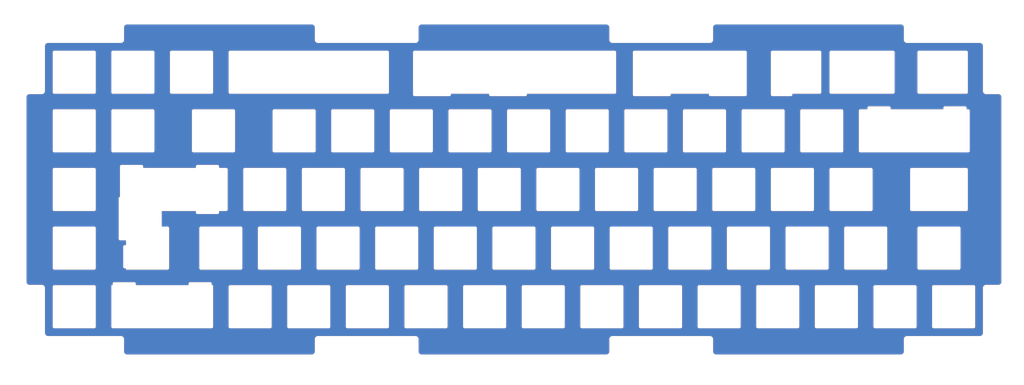
<source format=kicad_pcb>
(kicad_pcb (version 20171130) (host pcbnew "(5.1.10)-1")
  (layers (0 F.Cu signal) (31 B.Cu signal) (34 B.Paste user) (35 F.Paste user) (36 B.SilkS user) (37 F.SilkS user) (38 B.Mask user) (39 F.Mask user) (44 Edge.Cuts user))
  (net 0 "")
  (module MX_Solder_SawnsProjects:sanpjxlogo (layer F.Cu) (at -29.8 49.6 180)
    (fp_text reference G*** hide)
    (fp_text value LOGO hide)
  )
  (gr_arc (start -26.699999 -5.024999) (end -25.699999 -5.024999) (angle -90) (layer Edge.Cuts) (width 0.05))
  (gr_line (start -86.7 -6.024999) (end -26.699999 -6.024999) (layer Edge.Cuts) (width 0.05))
  (gr_arc (start -86.7 -5.024999) (end -86.7 -6.024999) (angle -90) (layer Edge.Cuts) (width 0.05))
  (gr_line (start -87.7 -1.024999) (end -87.7 -5.024999) (layer Edge.Cuts) (width 0.05))
  (gr_arc (start -88.7 -1.024999) (end -88.7 -0.025) (angle -90) (layer Edge.Cuts) (width 0.05))
  (gr_line (start -120.4 -0.024999) (end -88.7 -0.025) (layer Edge.Cuts) (width 0.05))
  (gr_arc (start -120.4 -1.024999) (end -121.4 -1.024999) (angle -90) (layer Edge.Cuts) (width 0.05))
  (gr_line (start -121.4 -5.024999) (end -121.4 -1.024999) (layer Edge.Cuts) (width 0.05))
  (gr_arc (start -122.4 -5.025) (end -121.4 -5.024999) (angle -90) (layer Edge.Cuts) (width 0.05))
  (gr_line (start -182.4 -6.024999) (end -122.4 -6.025) (layer Edge.Cuts) (width 0.05))
  (gr_arc (start -182.4 -5.024999) (end -182.4 -6.024999) (angle -90) (layer Edge.Cuts) (width 0.05))
  (gr_line (start -183.4 -1.024999) (end -183.4 -5.024999) (layer Edge.Cuts) (width 0.05))
  (gr_arc (start -184.4 -1.024999) (end -184.4 -0.025) (angle -90) (layer Edge.Cuts) (width 0.05))
  (gr_line (start -216.099999 -0.024999) (end -184.4 -0.025) (layer Edge.Cuts) (width 0.05))
  (gr_arc (start -216.099999 -1.024999) (end -217.099999 -1.024999) (angle -90) (layer Edge.Cuts) (width 0.05))
  (gr_line (start -217.099999 -5.024999) (end -217.099999 -1.024999) (layer Edge.Cuts) (width 0.05))
  (gr_arc (start -218.1 -5.024999) (end -217.099999 -5.024999) (angle -90) (layer Edge.Cuts) (width 0.05))
  (gr_line (start -278.099999 -6.024999) (end -218.1 -6.024999) (layer Edge.Cuts) (width 0.05))
  (gr_arc (start -278.1 -5.024999) (end -278.099999 -6.024999) (angle -90) (layer Edge.Cuts) (width 0.05))
  (gr_line (start -279.1 -1.024999) (end -279.1 -5.024999) (layer Edge.Cuts) (width 0.05))
  (gr_arc (start -280.1 -1.024999) (end -280.099999 -0.025) (angle -90) (layer Edge.Cuts) (width 0.05))
  (gr_line (start -303.8 -0.025) (end -280.099999 -0.025) (layer Edge.Cuts) (width 0.05))
  (gr_arc (start -303.799999 0.975) (end -303.8 -0.025) (angle -90) (layer Edge.Cuts) (width 0.05))
  (gr_line (start -304.8 15.599999) (end -304.8 0.975) (layer Edge.Cuts) (width 0.05))
  (gr_arc (start -305.8 15.599999) (end -305.8 16.599999) (angle -90) (layer Edge.Cuts) (width 0.05))
  (gr_line (start -309.799999 16.599999) (end -305.8 16.599999) (layer Edge.Cuts) (width 0.05))
  (gr_arc (start -309.799999 17.6) (end -309.799999 16.599999) (angle -90) (layer Edge.Cuts) (width 0.05))
  (gr_line (start -310.799999 77.599999) (end -310.799999 17.599999) (layer Edge.Cuts) (width 0.05))
  (gr_arc (start -309.799999 77.6) (end -310.799999 77.599999) (angle -90) (layer Edge.Cuts) (width 0.05))
  (gr_line (start -305.8 78.6) (end -309.799999 78.6) (layer Edge.Cuts) (width 0.05))
  (gr_arc (start -305.8 79.6) (end -304.8 79.6) (angle -90) (layer Edge.Cuts) (width 0.05))
  (gr_line (start -304.8 94.225) (end -304.8 79.6) (layer Edge.Cuts) (width 0.05))
  (gr_arc (start -303.799999 94.224999) (end -304.8 94.225) (angle -90) (layer Edge.Cuts) (width 0.05))
  (gr_line (start -280.099999 95.224999) (end -303.8 95.225) (layer Edge.Cuts) (width 0.05))
  (gr_arc (start -280.099999 96.224999) (end -279.099999 96.225) (angle -90) (layer Edge.Cuts) (width 0.05))
  (gr_line (start -279.099999 100.225) (end -279.099999 96.225) (layer Edge.Cuts) (width 0.05))
  (gr_arc (start -278.099999 100.224999) (end -279.099999 100.225) (angle -90) (layer Edge.Cuts) (width 0.05))
  (gr_line (start -218.1 101.225) (end -278.099999 101.225) (layer Edge.Cuts) (width 0.05))
  (gr_arc (start -218.1 100.224999) (end -218.1 101.225) (angle -90) (layer Edge.Cuts) (width 0.05))
  (gr_line (start -217.099999 96.225) (end -217.099999 100.224999) (layer Edge.Cuts) (width 0.05))
  (gr_arc (start -216.099999 96.224999) (end -216.099999 95.225) (angle -90) (layer Edge.Cuts) (width 0.05))
  (gr_line (start -184.4 95.224999) (end -216.099999 95.225) (layer Edge.Cuts) (width 0.05))
  (gr_arc (start -184.4 96.224999) (end -183.4 96.225) (angle -90) (layer Edge.Cuts) (width 0.05))
  (gr_line (start -183.4 100.225) (end -183.4 96.225) (layer Edge.Cuts) (width 0.05))
  (gr_arc (start -182.4 100.224999) (end -183.4 100.225) (angle -90) (layer Edge.Cuts) (width 0.05))
  (gr_line (start -122.4 101.225) (end -182.4 101.225) (layer Edge.Cuts) (width 0.05))
  (gr_arc (start -122.4 100.225) (end -122.4 101.225) (angle -90) (layer Edge.Cuts) (width 0.05))
  (gr_line (start -121.4 96.225) (end -121.4 100.224999) (layer Edge.Cuts) (width 0.05))
  (gr_arc (start -120.4 96.224999) (end -120.4 95.225) (angle -90) (layer Edge.Cuts) (width 0.05))
  (gr_line (start -88.7 95.225) (end -120.4 95.225) (layer Edge.Cuts) (width 0.05))
  (gr_arc (start -88.699999 96.225) (end -87.699999 96.225) (angle -90) (layer Edge.Cuts) (width 0.05))
  (gr_line (start -87.699999 100.225) (end -87.699999 96.225) (layer Edge.Cuts) (width 0.05))
  (gr_arc (start -86.699999 100.225) (end -87.699999 100.225) (angle -90) (layer Edge.Cuts) (width 0.05))
  (gr_line (start -26.7 101.225) (end -86.699999 101.225) (layer Edge.Cuts) (width 0.05))
  (gr_arc (start -26.7 100.224999) (end -26.7 101.225) (angle -90) (layer Edge.Cuts) (width 0.05))
  (gr_line (start -25.699999 96.225) (end -25.699999 100.224999) (layer Edge.Cuts) (width 0.05))
  (gr_arc (start -24.699999 96.224999) (end -24.699999 95.225) (angle -90) (layer Edge.Cuts) (width 0.05))
  (gr_line (start -1 95.225) (end -24.699999 95.225) (layer Edge.Cuts) (width 0.05))
  (gr_arc (start -1 94.225) (end -1 95.225) (angle -90) (layer Edge.Cuts) (width 0.05))
  (gr_line (start 0 79.6) (end 0 94.225) (layer Edge.Cuts) (width 0.05))
  (gr_arc (start 1 79.6) (end 1 78.6) (angle -90) (layer Edge.Cuts) (width 0.05))
  (gr_line (start 4.999999 78.6) (end 1 78.6) (layer Edge.Cuts) (width 0.05))
  (gr_arc (start 4.999999 77.6) (end 4.999999 78.6) (angle -90) (layer Edge.Cuts) (width 0.05))
  (gr_line (start 5.999999 17.599999) (end 6 77.599999) (layer Edge.Cuts) (width 0.05))
  (gr_arc (start 4.999999 17.599999) (end 5.999999 17.599999) (angle -90) (layer Edge.Cuts) (width 0.05))
  (gr_line (start 1 16.599999) (end 4.999999 16.599999) (layer Edge.Cuts) (width 0.05))
  (gr_arc (start 1 15.599999) (end 0 15.599999) (angle -90) (layer Edge.Cuts) (width 0.05))
  (gr_line (start 0 0.975) (end 0 15.599999) (layer Edge.Cuts) (width 0.05))
  (gr_arc (start -1 0.975) (end 0 0.975) (angle -90) (layer Edge.Cuts) (width 0.05))
  (gr_line (start -24.699999 -0.024999) (end -1 -0.024999) (layer Edge.Cuts) (width 0.05))
  (gr_arc (start -24.699999 -1.024999) (end -25.699999 -1.024999) (angle -90) (layer Edge.Cuts) (width 0.05))
  (gr_line (start -25.699999 -5.024999) (end -25.699999 -1.024999) (layer Edge.Cuts) (width 0.05))
  (gr_line (start -235.599999 73.15) (end -235.599999 60.15) (layer Edge.Cuts) (width 0.05))
  (gr_arc (start -235.099998 73.149999) (end -235.599999 73.15) (angle -90) (layer Edge.Cuts) (width 0.05))
  (gr_line (start -222.099999 73.65) (end -235.099999 73.65) (layer Edge.Cuts) (width 0.05))
  (gr_arc (start -222.099999 73.149999) (end -222.099999 73.65) (angle -90) (layer Edge.Cuts) (width 0.05))
  (gr_line (start -221.599999 60.15) (end -221.599999 73.15) (layer Edge.Cuts) (width 0.05))
  (gr_arc (start -222.099999 60.15) (end -221.599999 60.15) (angle -90) (layer Edge.Cuts) (width 0.05))
  (gr_line (start -235.099999 59.65) (end -222.099999 59.65) (layer Edge.Cuts) (width 0.05))
  (gr_arc (start -235.099999 60.15) (end -235.099999 59.65) (angle -90) (layer Edge.Cuts) (width 0.05))
  (gr_line (start -212.074999 79.2) (end -212.074999 92.2) (layer Edge.Cuts) (width 0.05))
  (gr_arc (start -212.574998 79.199999) (end -212.074999 79.2) (angle -90) (layer Edge.Cuts) (width 0.05))
  (gr_line (start -225.574999 78.7) (end -212.574999 78.7) (layer Edge.Cuts) (width 0.05))
  (gr_arc (start -225.574999 79.199999) (end -225.574999 78.7) (angle -90) (layer Edge.Cuts) (width 0.05))
  (gr_line (start -226.074999 92.2) (end -226.074998 79.2) (layer Edge.Cuts) (width 0.05))
  (gr_arc (start -225.574999 92.2) (end -226.074999 92.2) (angle -90) (layer Edge.Cuts) (width 0.05))
  (gr_line (start -212.574999 92.7) (end -225.574999 92.7) (layer Edge.Cuts) (width 0.05))
  (gr_arc (start -212.574999 92.2) (end -212.574999 92.7) (angle -90) (layer Edge.Cuts) (width 0.05))
  (gr_arc (start -69.699999 73.15) (end -69.7 73.65) (angle -90) (layer Edge.Cuts) (width 0.05))
  (gr_line (start -82.699999 73.65) (end -69.7 73.65) (layer Edge.Cuts) (width 0.05))
  (gr_arc (start -82.7 73.15) (end -83.2 73.15) (angle -90) (layer Edge.Cuts) (width 0.05))
  (gr_line (start -83.2 60.15) (end -83.2 73.15) (layer Edge.Cuts) (width 0.05))
  (gr_arc (start -82.7 60.15) (end -82.699999 59.65) (angle -90) (layer Edge.Cuts) (width 0.05))
  (gr_line (start -69.7 59.65) (end -82.699999 59.65) (layer Edge.Cuts) (width 0.05))
  (gr_arc (start -69.7 60.15) (end -69.2 60.15) (angle -90) (layer Edge.Cuts) (width 0.05))
  (gr_line (start -69.2 73.15) (end -69.2 60.15) (layer Edge.Cuts) (width 0.05))
  (gr_line (start -50.65 73.65) (end -63.65 73.65) (layer Edge.Cuts) (width 0.05))
  (gr_arc (start -50.649999 73.15) (end -50.65 73.65) (angle -90) (layer Edge.Cuts) (width 0.05))
  (gr_line (start -50.15 60.15) (end -50.15 73.15) (layer Edge.Cuts) (width 0.05))
  (gr_arc (start -50.649999 60.15) (end -50.15 60.15) (angle -90) (layer Edge.Cuts) (width 0.05))
  (gr_line (start -63.65 59.65) (end -50.65 59.65) (layer Edge.Cuts) (width 0.05))
  (gr_arc (start -63.65 60.15) (end -63.65 59.65) (angle -90) (layer Edge.Cuts) (width 0.05))
  (gr_line (start -64.15 73.15) (end -64.15 60.15) (layer Edge.Cuts) (width 0.05))
  (gr_arc (start -63.65 73.15) (end -64.15 73.15) (angle -90) (layer Edge.Cuts) (width 0.05))
  (gr_line (start -257.030999 35.05) (end -257.030998 22.05) (layer Edge.Cuts) (width 0.05))
  (gr_arc (start -256.530999 35.049999) (end -257.030999 35.05) (angle -90) (layer Edge.Cuts) (width 0.05))
  (gr_line (start -243.530999 35.55) (end -256.530999 35.55) (layer Edge.Cuts) (width 0.05))
  (gr_arc (start -243.530999 35.049999) (end -243.530999 35.55) (angle -90) (layer Edge.Cuts) (width 0.05))
  (gr_line (start -243.030999 22.05) (end -243.030999 35.05) (layer Edge.Cuts) (width 0.05))
  (gr_arc (start -243.530999 22.05) (end -243.030999 22.05) (angle -90) (layer Edge.Cuts) (width 0.05))
  (gr_line (start -256.530999 21.550001) (end -243.530999 21.549999) (layer Edge.Cuts) (width 0.05))
  (gr_arc (start -256.530999 22.05) (end -256.530999 21.550001) (angle -90) (layer Edge.Cuts) (width 0.05))
  (gr_line (start -73.675 92.2) (end -73.675 79.2) (layer Edge.Cuts) (width 0.05))
  (gr_arc (start -73.175 92.2) (end -73.675 92.2) (angle -90) (layer Edge.Cuts) (width 0.05))
  (gr_line (start -60.175 92.7) (end -73.175 92.7) (layer Edge.Cuts) (width 0.05))
  (gr_arc (start -60.175 92.2) (end -60.175 92.7) (angle -90) (layer Edge.Cuts) (width 0.05))
  (gr_line (start -59.675 79.2) (end -59.675 92.2) (layer Edge.Cuts) (width 0.05))
  (gr_arc (start -60.174999 79.2) (end -59.675 79.2) (angle -90) (layer Edge.Cuts) (width 0.05))
  (gr_line (start -73.175 78.7) (end -60.175 78.7) (layer Edge.Cuts) (width 0.05))
  (gr_arc (start -73.175 79.2) (end -73.175 78.7) (angle -90) (layer Edge.Cuts) (width 0.05))
  (gr_arc (start -254.149999 60.15) (end -254.149999 59.65) (angle -90) (layer Edge.Cuts) (width 0.05))
  (gr_line (start -241.149999 59.65) (end -254.149999 59.65) (layer Edge.Cuts) (width 0.05))
  (gr_arc (start -241.149998 60.149999) (end -240.649999 60.15) (angle -90) (layer Edge.Cuts) (width 0.05))
  (gr_line (start -240.649999 73.15) (end -240.649999 60.15) (layer Edge.Cuts) (width 0.05))
  (gr_arc (start -241.149999 73.15) (end -241.149999 73.65) (angle -90) (layer Edge.Cuts) (width 0.05))
  (gr_line (start -254.149999 73.649999) (end -241.149999 73.65) (layer Edge.Cuts) (width 0.05))
  (gr_arc (start -254.149999 73.15) (end -254.649999 73.15) (angle -90) (layer Edge.Cuts) (width 0.05))
  (gr_line (start -254.649999 60.15) (end -254.649999 73.15) (layer Edge.Cuts) (width 0.05))
  (gr_arc (start -111.275 92.2) (end -111.775 92.2) (angle -90) (layer Edge.Cuts) (width 0.05))
  (gr_line (start -111.775 79.2) (end -111.775 92.2) (layer Edge.Cuts) (width 0.05))
  (gr_arc (start -111.275 79.2) (end -111.275 78.7) (angle -90) (layer Edge.Cuts) (width 0.05))
  (gr_line (start -98.275 78.7) (end -111.275 78.7) (layer Edge.Cuts) (width 0.05))
  (gr_arc (start -98.275 79.2) (end -97.775 79.2) (angle -90) (layer Edge.Cuts) (width 0.05))
  (gr_line (start -97.775 92.2) (end -97.775 79.2) (layer Edge.Cuts) (width 0.05))
  (gr_arc (start -98.275 92.2) (end -98.275 92.7) (angle -90) (layer Edge.Cuts) (width 0.05))
  (gr_line (start -111.275 92.7) (end -98.275 92.7) (layer Edge.Cuts) (width 0.05))
  (gr_arc (start -101.749999 73.149999) (end -102.25 73.15) (angle -90) (layer Edge.Cuts) (width 0.05))
  (gr_line (start -102.25 60.15) (end -102.25 73.15) (layer Edge.Cuts) (width 0.05))
  (gr_arc (start -101.75 60.15) (end -101.75 59.65) (angle -90) (layer Edge.Cuts) (width 0.05))
  (gr_line (start -88.75 59.65) (end -101.75 59.65) (layer Edge.Cuts) (width 0.05))
  (gr_arc (start -88.749999 60.149999) (end -88.25 60.15) (angle -90) (layer Edge.Cuts) (width 0.05))
  (gr_line (start -88.25 73.15) (end -88.25 60.15) (layer Edge.Cuts) (width 0.05))
  (gr_arc (start -88.75 73.15) (end -88.75 73.65) (angle -90) (layer Edge.Cuts) (width 0.05))
  (gr_line (start -101.75 73.65) (end -88.75 73.65) (layer Edge.Cuts) (width 0.05))
  (gr_arc (start -120.8 73.15) (end -121.3 73.15) (angle -90) (layer Edge.Cuts) (width 0.05))
  (gr_line (start -121.3 60.15) (end -121.3 73.15) (layer Edge.Cuts) (width 0.05))
  (gr_arc (start -120.8 60.15) (end -120.8 59.65) (angle -90) (layer Edge.Cuts) (width 0.05))
  (gr_line (start -107.8 59.65) (end -120.8 59.65) (layer Edge.Cuts) (width 0.05))
  (gr_arc (start -107.8 60.149999) (end -107.3 60.15) (angle -90) (layer Edge.Cuts) (width 0.05))
  (gr_line (start -107.3 73.15) (end -107.3 60.15) (layer Edge.Cuts) (width 0.05))
  (gr_arc (start -107.8 73.15) (end -107.8 73.65) (angle -90) (layer Edge.Cuts) (width 0.05))
  (gr_line (start -120.8 73.65) (end -107.8 73.65) (layer Edge.Cuts) (width 0.05))
  (gr_arc (start -193.524998 92.2) (end -193.524999 92.7) (angle -90) (layer Edge.Cuts) (width 0.05))
  (gr_line (start -206.524999 92.699999) (end -193.524999 92.7) (layer Edge.Cuts) (width 0.05))
  (gr_arc (start -206.524999 92.2) (end -207.024998 92.2) (angle -90) (layer Edge.Cuts) (width 0.05))
  (gr_line (start -207.024998 79.2) (end -207.024998 92.2) (layer Edge.Cuts) (width 0.05))
  (gr_arc (start -206.524998 79.2) (end -206.524999 78.7) (angle -90) (layer Edge.Cuts) (width 0.05))
  (gr_line (start -193.524999 78.7) (end -206.524999 78.7) (layer Edge.Cuts) (width 0.05))
  (gr_arc (start -193.524998 79.199999) (end -193.024999 79.2) (angle -90) (layer Edge.Cuts) (width 0.05))
  (gr_line (start -193.024999 92.2) (end -193.024999 79.2) (layer Edge.Cuts) (width 0.05))
  (gr_arc (start -5.405999 3) (end -4.905999 3.000001) (angle -90) (layer Edge.Cuts) (width 0.05))
  (gr_line (start -4.905999 16.000001) (end -4.905999 3.000001) (layer Edge.Cuts) (width 0.05))
  (gr_arc (start -5.405999 16.000001) (end -5.405999 16.500001) (angle -90) (layer Edge.Cuts) (width 0.05))
  (gr_line (start -20.788 16.500001) (end -5.405999 16.500001) (layer Edge.Cuts) (width 0.05))
  (gr_arc (start -20.788 16.000001) (end -21.288 16.000001) (angle -90) (layer Edge.Cuts) (width 0.05))
  (gr_line (start -21.288 3.000001) (end -21.288 16.000001) (layer Edge.Cuts) (width 0.05))
  (gr_arc (start -20.788 3.000001) (end -20.788 2.500001) (angle -90) (layer Edge.Cuts) (width 0.05))
  (gr_line (start -5.405999 2.500001) (end -20.788 2.500001) (layer Edge.Cuts) (width 0.05))
  (gr_arc (start -203.049999 73.15) (end -203.049999 73.65) (angle -90) (layer Edge.Cuts) (width 0.05))
  (gr_line (start -216.049999 73.65) (end -203.049999 73.65) (layer Edge.Cuts) (width 0.05))
  (gr_arc (start -216.049999 73.149999) (end -216.549999 73.15) (angle -90) (layer Edge.Cuts) (width 0.05))
  (gr_line (start -216.549999 60.15) (end -216.549999 73.15) (layer Edge.Cuts) (width 0.05))
  (gr_arc (start -216.049998 60.15) (end -216.049999 59.65) (angle -90) (layer Edge.Cuts) (width 0.05))
  (gr_line (start -203.049999 59.65) (end -216.049999 59.65) (layer Edge.Cuts) (width 0.05))
  (gr_arc (start -203.049999 60.15) (end -202.549999 60.15) (angle -90) (layer Edge.Cuts) (width 0.05))
  (gr_line (start -202.549999 73.15) (end -202.549999 60.15) (layer Edge.Cuts) (width 0.05))
  (gr_arc (start -3.025 92.199999) (end -3.025 92.7) (angle -90) (layer Edge.Cuts) (width 0.05))
  (gr_line (start -16.024999 92.7) (end -3.025 92.7) (layer Edge.Cuts) (width 0.05))
  (gr_arc (start -16.025 92.2) (end -16.524999 92.2) (angle -90) (layer Edge.Cuts) (width 0.05))
  (gr_line (start -16.524999 79.2) (end -16.524999 92.2) (layer Edge.Cuts) (width 0.05))
  (gr_arc (start -16.025 79.199999) (end -16.024999 78.7) (angle -90) (layer Edge.Cuts) (width 0.05))
  (gr_line (start -3.025 78.7) (end -16.024999 78.7) (layer Edge.Cuts) (width 0.05))
  (gr_arc (start -3.024999 79.2) (end -2.524999 79.2) (angle -90) (layer Edge.Cuts) (width 0.05))
  (gr_line (start -2.524999 92.2) (end -2.524999 79.2) (layer Edge.Cuts) (width 0.05))
  (gr_arc (start -288.774999 35.05) (end -288.774999 35.55) (angle -90) (layer Edge.Cuts) (width 0.05))
  (gr_line (start -301.774999 35.55) (end -288.774999 35.55) (layer Edge.Cuts) (width 0.05))
  (gr_arc (start -301.774999 35.05) (end -302.274999 35.05) (angle -90) (layer Edge.Cuts) (width 0.05))
  (gr_line (start -302.274998 22.05) (end -302.274999 35.05) (layer Edge.Cuts) (width 0.05))
  (gr_arc (start -301.774999 22.05) (end -301.774999 21.550001) (angle -90) (layer Edge.Cuts) (width 0.05))
  (gr_line (start -288.774999 21.55) (end -301.774999 21.550001) (layer Edge.Cuts) (width 0.05))
  (gr_arc (start -288.774999 22.049999) (end -288.274999 22.049999) (angle -90) (layer Edge.Cuts) (width 0.05))
  (gr_line (start -288.274999 35.05) (end -288.274999 22.049999) (layer Edge.Cuts) (width 0.05))
  (gr_line (start -40.337 35.05) (end -40.336999 22.05) (layer Edge.Cuts) (width 0.05))
  (gr_arc (start -39.837 35.05) (end -40.337 35.05) (angle -90) (layer Edge.Cuts) (width 0.05))
  (gr_line (start -4.786999 35.55) (end -39.837 35.55) (layer Edge.Cuts) (width 0.05))
  (gr_arc (start -4.786999 35.05) (end -4.786999 35.55) (angle -90) (layer Edge.Cuts) (width 0.05))
  (gr_line (start -4.286999 22.05) (end -4.286999 35.05) (layer Edge.Cuts) (width 0.05))
  (gr_arc (start -4.786999 22.05) (end -4.286999 22.05) (angle -90) (layer Edge.Cuts) (width 0.05))
  (gr_line (start -5.330999 21.550001) (end -4.787 21.55) (layer Edge.Cuts) (width 0.05))
  (gr_line (start -5.330999 21.080001) (end -5.330999 21.550001) (layer Edge.Cuts) (width 0.05))
  (gr_arc (start -5.831 21.080001) (end -5.330999 21.080001) (angle -90) (layer Edge.Cuts) (width 0.05))
  (gr_line (start -12.355999 20.580001) (end -5.830999 20.580001) (layer Edge.Cuts) (width 0.05))
  (gr_arc (start -12.355999 21.080001) (end -12.355999 20.580001) (angle -90) (layer Edge.Cuts) (width 0.05))
  (gr_line (start -12.856 21.550001) (end -12.855999 21.080001) (layer Edge.Cuts) (width 0.05))
  (gr_line (start -30.006 21.550001) (end -12.856 21.550001) (layer Edge.Cuts) (width 0.05))
  (gr_line (start -30.006 21.080001) (end -30.006 21.550001) (layer Edge.Cuts) (width 0.05))
  (gr_arc (start -30.506 21.080001) (end -30.006 21.080001) (angle -90) (layer Edge.Cuts) (width 0.05))
  (gr_line (start -37.031 20.580001) (end -30.506 20.580001) (layer Edge.Cuts) (width 0.05))
  (gr_arc (start -37.031 21.080001) (end -37.031 20.580001) (angle -90) (layer Edge.Cuts) (width 0.05))
  (gr_line (start -37.530999 21.550001) (end -37.531 21.080001) (layer Edge.Cuts) (width 0.05))
  (gr_line (start -39.837 21.550001) (end -37.530999 21.550001) (layer Edge.Cuts) (width 0.05))
  (gr_arc (start -39.837 22.05) (end -39.837 21.550001) (angle -90) (layer Edge.Cuts) (width 0.05))
  (gr_line (start -22.074999 92.7) (end -35.074999 92.7) (layer Edge.Cuts) (width 0.05))
  (gr_arc (start -22.075 92.2) (end -22.074999 92.7) (angle -90) (layer Edge.Cuts) (width 0.05))
  (gr_line (start -21.574999 79.2) (end -21.574999 92.2) (layer Edge.Cuts) (width 0.05))
  (gr_arc (start -22.074999 79.2) (end -21.574999 79.2) (angle -90) (layer Edge.Cuts) (width 0.05))
  (gr_line (start -35.075 78.7) (end -22.074999 78.7) (layer Edge.Cuts) (width 0.05))
  (gr_arc (start -35.075 79.199999) (end -35.075 78.7) (angle -90) (layer Edge.Cuts) (width 0.05))
  (gr_line (start -35.574999 92.2) (end -35.574999 79.2) (layer Edge.Cuts) (width 0.05))
  (gr_arc (start -35.074999 92.2) (end -35.574999 92.2) (angle -90) (layer Edge.Cuts) (width 0.05))
  (gr_arc (start -31.6 60.15) (end -31.1 60.15) (angle -90) (layer Edge.Cuts) (width 0.05))
  (gr_line (start -31.1 73.15) (end -31.1 60.15) (layer Edge.Cuts) (width 0.05))
  (gr_arc (start -31.599999 73.15) (end -31.6 73.65) (angle -90) (layer Edge.Cuts) (width 0.05))
  (gr_line (start -44.6 73.65) (end -31.6 73.65) (layer Edge.Cuts) (width 0.05))
  (gr_arc (start -44.599999 73.149999) (end -45.099999 73.15) (angle -90) (layer Edge.Cuts) (width 0.05))
  (gr_line (start -45.099999 60.15) (end -45.099999 73.15) (layer Edge.Cuts) (width 0.05))
  (gr_arc (start -44.6 60.149999) (end -44.6 59.65) (angle -90) (layer Edge.Cuts) (width 0.05))
  (gr_line (start -31.6 59.65) (end -44.6 59.65) (layer Edge.Cuts) (width 0.05))
  (gr_line (start -52.531 3.000001) (end -52.531 16.000001) (layer Edge.Cuts) (width 0.05))
  (gr_arc (start -53.031 3.000001) (end -52.531 3.000001) (angle -90) (layer Edge.Cuts) (width 0.05))
  (gr_line (start -68.413 2.500001) (end -53.031 2.500001) (layer Edge.Cuts) (width 0.05))
  (gr_arc (start -68.413 3) (end -68.413 2.500001) (angle -90) (layer Edge.Cuts) (width 0.05))
  (gr_line (start -68.913 16.762001) (end -68.913 3.000001) (layer Edge.Cuts) (width 0.05))
  (gr_arc (start -68.413 16.762001) (end -68.913 16.762001) (angle -90) (layer Edge.Cuts) (width 0.05))
  (gr_line (start -62.430065 17.262001) (end -68.413 17.262001) (layer Edge.Cuts) (width 0.05))
  (gr_arc (start -62.430065 16.762001) (end -62.430065 17.262001) (angle -90) (layer Edge.Cuts) (width 0.05))
  (gr_line (start -61.930065 16.500001) (end -61.930065 16.762001) (layer Edge.Cuts) (width 0.05))
  (gr_line (start -53.031 16.500001) (end -61.930065 16.500001) (layer Edge.Cuts) (width 0.05))
  (gr_arc (start -53.030999 16.000001) (end -53.031 16.500001) (angle -90) (layer Edge.Cuts) (width 0.05))
  (gr_line (start -288.274999 3) (end -288.274999 16) (layer Edge.Cuts) (width 0.05))
  (gr_arc (start -288.774999 2.999999) (end -288.274999 3) (angle -90) (layer Edge.Cuts) (width 0.05))
  (gr_line (start -301.774999 2.500001) (end -288.774999 2.499999) (layer Edge.Cuts) (width 0.05))
  (gr_arc (start -301.774999 3) (end -301.774999 2.500001) (angle -90) (layer Edge.Cuts) (width 0.05))
  (gr_line (start -302.274999 16) (end -302.274998 3) (layer Edge.Cuts) (width 0.05))
  (gr_arc (start -301.774999 16) (end -302.274999 16) (angle -90) (layer Edge.Cuts) (width 0.05))
  (gr_line (start -288.774999 16.5) (end -301.774999 16.5) (layer Edge.Cuts) (width 0.05))
  (gr_arc (start -288.774999 16) (end -288.774999 16.5) (angle -90) (layer Edge.Cuts) (width 0.05))
  (gr_line (start -282.724999 2.500001) (end -269.724999 2.5) (layer Edge.Cuts) (width 0.05))
  (gr_arc (start -282.724999 3.000001) (end -282.724999 2.500001) (angle -90) (layer Edge.Cuts) (width 0.05))
  (gr_line (start -283.224999 16.000001) (end -283.224999 3.000001) (layer Edge.Cuts) (width 0.05))
  (gr_arc (start -282.724999 16) (end -283.224999 16.000001) (angle -90) (layer Edge.Cuts) (width 0.05))
  (gr_line (start -269.724999 16.500001) (end -282.724999 16.500001) (layer Edge.Cuts) (width 0.05))
  (gr_arc (start -269.724999 16) (end -269.724999 16.500001) (angle -90) (layer Edge.Cuts) (width 0.05))
  (gr_line (start -269.224999 3.000001) (end -269.224999 16.000001) (layer Edge.Cuts) (width 0.05))
  (gr_arc (start -269.724999 3) (end -269.224999 3.000001) (angle -90) (layer Edge.Cuts) (width 0.05))
  (gr_arc (start -275.774999 78.23) (end -275.274999 78.23) (angle -90) (layer Edge.Cuts) (width 0.05))
  (gr_line (start -275.274999 78.7) (end -275.274999 78.23) (layer Edge.Cuts) (width 0.05))
  (gr_line (start -258.124999 78.7) (end -275.274999 78.7) (layer Edge.Cuts) (width 0.05))
  (gr_line (start -258.124999 78.23) (end -258.124999 78.7) (layer Edge.Cuts) (width 0.05))
  (gr_arc (start -257.624998 78.23) (end -257.624999 77.73) (angle -90) (layer Edge.Cuts) (width 0.05))
  (gr_line (start -251.099998 77.73) (end -257.624999 77.73) (layer Edge.Cuts) (width 0.05))
  (gr_arc (start -251.099999 78.23) (end -250.599999 78.23) (angle -90) (layer Edge.Cuts) (width 0.05))
  (gr_line (start -250.599999 78.7) (end -250.599999 78.23) (layer Edge.Cuts) (width 0.05))
  (gr_line (start -250.174999 78.7) (end -250.599999 78.7) (layer Edge.Cuts) (width 0.05))
  (gr_line (start -250.174999 92.2) (end -250.174999 78.7) (layer Edge.Cuts) (width 0.05))
  (gr_arc (start -250.674998 92.2) (end -250.674999 92.7) (angle -90) (layer Edge.Cuts) (width 0.05))
  (gr_line (start -282.724999 92.7) (end -250.674999 92.7) (layer Edge.Cuts) (width 0.05))
  (gr_arc (start -282.724998 92.2) (end -283.224999 92.2) (angle -90) (layer Edge.Cuts) (width 0.05))
  (gr_line (start -283.224999 78.7) (end -283.224999 92.2) (layer Edge.Cuts) (width 0.05))
  (gr_line (start -282.799999 78.7) (end -283.224999 78.7) (layer Edge.Cuts) (width 0.05))
  (gr_line (start -282.799999 78.23) (end -282.799999 78.7) (layer Edge.Cuts) (width 0.05))
  (gr_arc (start -282.299999 78.23) (end -282.299999 77.73) (angle -90) (layer Edge.Cuts) (width 0.05))
  (gr_line (start -275.774999 77.73) (end -282.299999 77.73) (layer Edge.Cuts) (width 0.05))
  (gr_arc (start -288.774999 92.199999) (end -288.774999 92.7) (angle -90) (layer Edge.Cuts) (width 0.05))
  (gr_line (start -301.774999 92.7) (end -288.774999 92.7) (layer Edge.Cuts) (width 0.05))
  (gr_arc (start -301.774999 92.2) (end -302.274999 92.2) (angle -90) (layer Edge.Cuts) (width 0.05))
  (gr_line (start -302.274999 79.2) (end -302.274999 92.2) (layer Edge.Cuts) (width 0.05))
  (gr_arc (start -301.774999 79.2) (end -301.774999 78.7) (angle -90) (layer Edge.Cuts) (width 0.05))
  (gr_line (start -288.774999 78.7) (end -301.774999 78.7) (layer Edge.Cuts) (width 0.05))
  (gr_arc (start -288.774999 79.199999) (end -288.274999 79.2) (angle -90) (layer Edge.Cuts) (width 0.05))
  (gr_line (start -288.274999 92.2) (end -288.274999 79.2) (layer Edge.Cuts) (width 0.05))
  (gr_line (start -135.586999 35.05) (end -135.586998 22.05) (layer Edge.Cuts) (width 0.05))
  (gr_arc (start -135.086999 35.05) (end -135.586999 35.05) (angle -90) (layer Edge.Cuts) (width 0.05))
  (gr_line (start -122.087 35.55) (end -135.086999 35.55) (layer Edge.Cuts) (width 0.05))
  (gr_arc (start -122.086999 35.05) (end -122.087 35.55) (angle -90) (layer Edge.Cuts) (width 0.05))
  (gr_line (start -121.586999 22.05) (end -121.587 35.05) (layer Edge.Cuts) (width 0.05))
  (gr_arc (start -122.086999 22.05) (end -121.586999 22.05) (angle -90) (layer Edge.Cuts) (width 0.05))
  (gr_line (start -135.086999 21.550001) (end -122.087 21.55) (layer Edge.Cuts) (width 0.05))
  (gr_arc (start -135.086999 22.05) (end -135.086999 21.550001) (angle -90) (layer Edge.Cuts) (width 0.05))
  (gr_arc (start -20.7875 60.15) (end -20.787499 59.65) (angle -90) (layer Edge.Cuts) (width 0.05))
  (gr_line (start -7.7875 59.65) (end -20.787499 59.65) (layer Edge.Cuts) (width 0.05))
  (gr_arc (start -7.7875 60.15) (end -7.287499 60.15) (angle -90) (layer Edge.Cuts) (width 0.05))
  (gr_line (start -7.287499 73.15) (end -7.287499 60.15) (layer Edge.Cuts) (width 0.05))
  (gr_arc (start -7.7875 73.15) (end -7.787499 73.65) (angle -90) (layer Edge.Cuts) (width 0.05))
  (gr_line (start -20.787499 73.65) (end -7.787499 73.65) (layer Edge.Cuts) (width 0.05))
  (gr_arc (start -20.787499 73.15) (end -21.2875 73.15) (angle -90) (layer Edge.Cuts) (width 0.05))
  (gr_line (start -21.2875 60.15) (end -21.2875 73.15) (layer Edge.Cuts) (width 0.05))
  (gr_arc (start -49.363 3.000001) (end -49.363 2.500001) (angle -90) (layer Edge.Cuts) (width 0.05))
  (gr_line (start -29.219 2.500001) (end -49.363 2.500001) (layer Edge.Cuts) (width 0.05))
  (gr_arc (start -29.219 3.000001) (end -28.719 3.000001) (angle -90) (layer Edge.Cuts) (width 0.05))
  (gr_line (start -28.719 16.000001) (end -28.719 3.000001) (layer Edge.Cuts) (width 0.05))
  (gr_arc (start -29.218999 16.000001) (end -29.219 16.5) (angle -90) (layer Edge.Cuts) (width 0.05))
  (gr_line (start -49.363 16.500001) (end -29.219 16.5) (layer Edge.Cuts) (width 0.05))
  (gr_arc (start -49.363 16.000001) (end -49.863 16.000001) (angle -90) (layer Edge.Cuts) (width 0.05))
  (gr_line (start -49.863 3.000001) (end -49.863 16.000001) (layer Edge.Cuts) (width 0.05))
  (gr_arc (start -301.774999 41.1) (end -301.774999 40.6) (angle -90) (layer Edge.Cuts) (width 0.05))
  (gr_line (start -288.774999 40.6) (end -301.774999 40.6) (layer Edge.Cuts) (width 0.05))
  (gr_arc (start -288.774999 41.099999) (end -288.274999 41.1) (angle -90) (layer Edge.Cuts) (width 0.05))
  (gr_line (start -288.274999 54.1) (end -288.274999 41.1) (layer Edge.Cuts) (width 0.05))
  (gr_arc (start -288.774999 54.1) (end -288.774999 54.6) (angle -90) (layer Edge.Cuts) (width 0.05))
  (gr_line (start -301.774999 54.6) (end -288.774999 54.6) (layer Edge.Cuts) (width 0.05))
  (gr_arc (start -301.774999 54.1) (end -302.274999 54.1) (angle -90) (layer Edge.Cuts) (width 0.05))
  (gr_line (start -302.274999 41.1) (end -302.274999 54.1) (layer Edge.Cuts) (width 0.05))
  (gr_line (start -5.406192 54.599708) (end -23.168792 54.599991) (layer Edge.Cuts) (width 0.05))
  (gr_arc (start -5.406199 54.099708) (end -5.406192 54.599708) (angle -89.99908327) (layer Edge.Cuts) (width 0.05))
  (gr_line (start -4.9062 41.099708) (end -4.906199 54.099708) (layer Edge.Cuts) (width 0.05))
  (gr_arc (start -5.4062 41.099708) (end -4.9062 41.099708) (angle -90.00091673) (layer Edge.Cuts) (width 0.05))
  (gr_line (start -23.168808 40.599992) (end -5.406207 40.599708) (layer Edge.Cuts) (width 0.05))
  (gr_arc (start -23.168799 41.099992) (end -23.168808 40.599992) (angle -89.99908327) (layer Edge.Cuts) (width 0.05))
  (gr_line (start -23.6688 54.099992) (end -23.6688 41.099992) (layer Edge.Cuts) (width 0.05))
  (gr_arc (start -23.1688 54.099992) (end -23.6688 54.099992) (angle -90.00091673) (layer Edge.Cuts) (width 0.05))
  (gr_line (start -145.112999 54.1) (end -145.112999 41.1) (layer Edge.Cuts) (width 0.05))
  (gr_arc (start -144.612999 54.1) (end -145.112999 54.1) (angle -90) (layer Edge.Cuts) (width 0.05))
  (gr_line (start -131.612999 54.6) (end -144.612999 54.6) (layer Edge.Cuts) (width 0.05))
  (gr_arc (start -131.612999 54.1) (end -131.612999 54.6) (angle -90) (layer Edge.Cuts) (width 0.05))
  (gr_line (start -131.112999 41.1) (end -131.112999 54.1) (layer Edge.Cuts) (width 0.05))
  (gr_arc (start -131.612999 41.1) (end -131.112999 41.1) (angle -90) (layer Edge.Cuts) (width 0.05))
  (gr_line (start -144.612999 40.6) (end -131.612999 40.599999) (layer Edge.Cuts) (width 0.05))
  (gr_arc (start -144.612999 41.1) (end -144.612999 40.6) (angle -90) (layer Edge.Cuts) (width 0.05))
  (gr_arc (start -49.363 41.099999) (end -49.363 40.6) (angle -90) (layer Edge.Cuts) (width 0.05))
  (gr_line (start -36.363 40.599999) (end -49.363 40.6) (layer Edge.Cuts) (width 0.05))
  (gr_arc (start -36.363 41.099999) (end -35.863 41.1) (angle -90) (layer Edge.Cuts) (width 0.05))
  (gr_line (start -35.863 54.1) (end -35.863 41.1) (layer Edge.Cuts) (width 0.05))
  (gr_arc (start -36.362999 54.1) (end -36.363 54.6) (angle -90) (layer Edge.Cuts) (width 0.05))
  (gr_line (start -49.363 54.6) (end -36.363 54.6) (layer Edge.Cuts) (width 0.05))
  (gr_arc (start -49.363 54.1) (end -49.863 54.1) (angle -90) (layer Edge.Cuts) (width 0.05))
  (gr_line (start -49.863 41.1) (end -49.863 54.1) (layer Edge.Cuts) (width 0.05))
  (gr_line (start -58.887 21.550001) (end -45.887 21.55) (layer Edge.Cuts) (width 0.05))
  (gr_arc (start -58.887 22.05) (end -58.887 21.550001) (angle -90) (layer Edge.Cuts) (width 0.05))
  (gr_line (start -59.387 35.05) (end -59.386999 22.05) (layer Edge.Cuts) (width 0.05))
  (gr_arc (start -58.887 35.05) (end -59.387 35.05) (angle -90) (layer Edge.Cuts) (width 0.05))
  (gr_line (start -45.887 35.55) (end -58.887 35.55) (layer Edge.Cuts) (width 0.05))
  (gr_arc (start -45.887 35.05) (end -45.887 35.55) (angle -90) (layer Edge.Cuts) (width 0.05))
  (gr_line (start -45.387 22.05) (end -45.387 35.05) (layer Edge.Cuts) (width 0.05))
  (gr_arc (start -45.887 22.05) (end -45.387 22.05) (angle -90) (layer Edge.Cuts) (width 0.05))
  (gr_line (start -107.013 54.1) (end -107.013 41.1) (layer Edge.Cuts) (width 0.05))
  (gr_arc (start -106.513 54.1) (end -107.013 54.1) (angle -90) (layer Edge.Cuts) (width 0.05))
  (gr_line (start -93.513 54.6) (end -106.512999 54.6) (layer Edge.Cuts) (width 0.05))
  (gr_arc (start -93.513 54.1) (end -93.513 54.6) (angle -90) (layer Edge.Cuts) (width 0.05))
  (gr_line (start -93.013 41.1) (end -93.013 54.1) (layer Edge.Cuts) (width 0.05))
  (gr_arc (start -93.512999 41.1) (end -93.013 41.1) (angle -90) (layer Edge.Cuts) (width 0.05))
  (gr_line (start -106.513 40.6) (end -93.513 40.6) (layer Edge.Cuts) (width 0.05))
  (gr_arc (start -106.513 41.1) (end -106.513 40.6) (angle -90) (layer Edge.Cuts) (width 0.05))
  (gr_line (start -173.186999 21.550001) (end -160.186999 21.55) (layer Edge.Cuts) (width 0.05))
  (gr_arc (start -173.186999 22.05) (end -173.186999 21.550001) (angle -90) (layer Edge.Cuts) (width 0.05))
  (gr_line (start -173.686999 35.05) (end -173.686998 22.05) (layer Edge.Cuts) (width 0.05))
  (gr_arc (start -173.186999 35.05) (end -173.686999 35.05) (angle -90) (layer Edge.Cuts) (width 0.05))
  (gr_line (start -160.186999 35.55) (end -173.186999 35.55) (layer Edge.Cuts) (width 0.05))
  (gr_arc (start -160.186999 35.05) (end -160.186999 35.55) (angle -90) (layer Edge.Cuts) (width 0.05))
  (gr_line (start -159.686999 22.05) (end -159.686999 35.05) (layer Edge.Cuts) (width 0.05))
  (gr_arc (start -160.186999 22.05) (end -159.686999 22.05) (angle -90) (layer Edge.Cuts) (width 0.05))
  (gr_arc (start -163.662999 54.1) (end -164.162999 54.1) (angle -90) (layer Edge.Cuts) (width 0.05))
  (gr_line (start -164.162999 41.1) (end -164.162999 54.1) (layer Edge.Cuts) (width 0.05))
  (gr_arc (start -163.662999 41.099999) (end -163.662999 40.6) (angle -90) (layer Edge.Cuts) (width 0.05))
  (gr_line (start -150.662999 40.6) (end -163.662999 40.6) (layer Edge.Cuts) (width 0.05))
  (gr_arc (start -150.662999 41.1) (end -150.162999 41.1) (angle -90) (layer Edge.Cuts) (width 0.05))
  (gr_line (start -150.162999 54.1) (end -150.162999 41.1) (layer Edge.Cuts) (width 0.05))
  (gr_arc (start -150.662999 54.1) (end -150.662999 54.6) (angle -90) (layer Edge.Cuts) (width 0.05))
  (gr_line (start -163.662999 54.6) (end -150.662999 54.6) (layer Edge.Cuts) (width 0.05))
  (gr_arc (start -155.424999 79.2) (end -154.924999 79.2) (angle -90) (layer Edge.Cuts) (width 0.05))
  (gr_line (start -154.924999 92.2) (end -154.924999 79.2) (layer Edge.Cuts) (width 0.05))
  (gr_arc (start -155.424999 92.2) (end -155.424999 92.7) (angle -90) (layer Edge.Cuts) (width 0.05))
  (gr_line (start -168.424999 92.7) (end -155.424999 92.7) (layer Edge.Cuts) (width 0.05))
  (gr_arc (start -168.424999 92.2) (end -168.924999 92.2) (angle -90) (layer Edge.Cuts) (width 0.05))
  (gr_line (start -168.924999 79.2) (end -168.924999 92.2) (layer Edge.Cuts) (width 0.05))
  (gr_arc (start -168.424999 79.199999) (end -168.424999 78.7) (angle -90) (layer Edge.Cuts) (width 0.05))
  (gr_line (start -155.424999 78.7) (end -168.424999 78.7) (layer Edge.Cuts) (width 0.05))
  (gr_line (start -148.180999 16.500001) (end -148.180999 16.762001) (layer Edge.Cuts) (width 0.05))
  (gr_line (start -119.706 16.500001) (end -148.180999 16.500001) (layer Edge.Cuts) (width 0.05))
  (gr_arc (start -119.706 16.000001) (end -119.706 16.500001) (angle -90) (layer Edge.Cuts) (width 0.05))
  (gr_line (start -119.206 3.000001) (end -119.206 16.000001) (layer Edge.Cuts) (width 0.05))
  (gr_arc (start -119.706 3.000001) (end -119.206 3.000001) (angle -90) (layer Edge.Cuts) (width 0.05))
  (gr_line (start -184.692999 2.500001) (end -119.706 2.500001) (layer Edge.Cuts) (width 0.05))
  (gr_arc (start -184.692999 3) (end -184.692999 2.500001) (angle -90) (layer Edge.Cuts) (width 0.05))
  (gr_line (start -185.192999 16.762001) (end -185.192998 3.000001) (layer Edge.Cuts) (width 0.05))
  (gr_arc (start -184.692999 16.762001) (end -185.192999 16.762001) (angle -90) (layer Edge.Cuts) (width 0.05))
  (gr_line (start -173.380999 17.262001) (end -184.692999 17.262001) (layer Edge.Cuts) (width 0.05))
  (gr_arc (start -173.380998 16.762) (end -173.380999 17.262001) (angle -90) (layer Edge.Cuts) (width 0.05))
  (gr_line (start -172.880999 16.500001) (end -172.880998 16.762001) (layer Edge.Cuts) (width 0.05))
  (gr_line (start -160.492999 16.500001) (end -172.880999 16.500001) (layer Edge.Cuts) (width 0.05))
  (gr_line (start -160.492999 16.762001) (end -160.492999 16.500001) (layer Edge.Cuts) (width 0.05))
  (gr_arc (start -159.992999 16.762) (end -160.492999 16.762001) (angle -90) (layer Edge.Cuts) (width 0.05))
  (gr_line (start -148.680999 17.262) (end -159.992999 17.262) (layer Edge.Cuts) (width 0.05))
  (gr_arc (start -148.680999 16.762001) (end -148.680999 17.262) (angle -90) (layer Edge.Cuts) (width 0.05))
  (gr_arc (start -174.474998 92.2) (end -174.474999 92.7) (angle -90) (layer Edge.Cuts) (width 0.05))
  (gr_line (start -187.474999 92.7) (end -174.474999 92.7) (layer Edge.Cuts) (width 0.05))
  (gr_arc (start -187.474999 92.2) (end -187.974999 92.2) (angle -90) (layer Edge.Cuts) (width 0.05))
  (gr_line (start -187.974999 79.2) (end -187.974999 92.2) (layer Edge.Cuts) (width 0.05))
  (gr_arc (start -187.474999 79.2) (end -187.474999 78.7) (angle -90) (layer Edge.Cuts) (width 0.05))
  (gr_line (start -174.474999 78.7) (end -187.474999 78.7) (layer Edge.Cuts) (width 0.05))
  (gr_arc (start -174.474998 79.199999) (end -173.974999 79.2) (angle -90) (layer Edge.Cuts) (width 0.05))
  (gr_line (start -173.974999 92.2) (end -173.974999 79.2) (layer Edge.Cuts) (width 0.05))
  (gr_arc (start -74.462999 41.099999) (end -73.963 41.1) (angle -90) (layer Edge.Cuts) (width 0.05))
  (gr_line (start -73.963 54.1) (end -73.963 41.1) (layer Edge.Cuts) (width 0.05))
  (gr_arc (start -74.462999 54.1) (end -74.463 54.6) (angle -90) (layer Edge.Cuts) (width 0.05))
  (gr_line (start -87.463 54.6) (end -74.463 54.6) (layer Edge.Cuts) (width 0.05))
  (gr_arc (start -87.463 54.1) (end -87.963 54.1) (angle -90) (layer Edge.Cuts) (width 0.05))
  (gr_line (start -87.963 41.1) (end -87.963 54.1) (layer Edge.Cuts) (width 0.05))
  (gr_arc (start -87.463 41.099999) (end -87.463 40.6) (angle -90) (layer Edge.Cuts) (width 0.05))
  (gr_line (start -74.463 40.6) (end -87.463 40.6) (layer Edge.Cuts) (width 0.05))
  (gr_arc (start -125.563 41.1) (end -125.563 40.6) (angle -90) (layer Edge.Cuts) (width 0.05))
  (gr_line (start -112.563 40.6) (end -125.563 40.6) (layer Edge.Cuts) (width 0.05))
  (gr_arc (start -112.563 41.1) (end -112.063 41.1) (angle -90) (layer Edge.Cuts) (width 0.05))
  (gr_line (start -112.063 54.1) (end -112.063 41.1) (layer Edge.Cuts) (width 0.05))
  (gr_arc (start -112.563 54.099999) (end -112.563 54.6) (angle -90) (layer Edge.Cuts) (width 0.05))
  (gr_line (start -125.563 54.6) (end -112.563 54.6) (layer Edge.Cuts) (width 0.05))
  (gr_arc (start -125.563 54.1) (end -126.063 54.1) (angle -90) (layer Edge.Cuts) (width 0.05))
  (gr_line (start -126.063 41.1) (end -126.063 54.1) (layer Edge.Cuts) (width 0.05))
  (gr_line (start -216.836999 22.05) (end -216.836998 35.049999) (layer Edge.Cuts) (width 0.05))
  (gr_arc (start -217.336998 22.05) (end -216.836999 22.05) (angle -90) (layer Edge.Cuts) (width 0.05))
  (gr_line (start -230.336999 21.550001) (end -217.336999 21.55) (layer Edge.Cuts) (width 0.05))
  (gr_arc (start -230.336999 22.05) (end -230.336999 21.550001) (angle -90) (layer Edge.Cuts) (width 0.05))
  (gr_line (start -230.836999 35.05) (end -230.836998 22.05) (layer Edge.Cuts) (width 0.05))
  (gr_arc (start -230.336999 35.05) (end -230.836999 35.05) (angle -90) (layer Edge.Cuts) (width 0.05))
  (gr_line (start -217.336999 35.55) (end -230.336999 35.55) (layer Edge.Cuts) (width 0.05))
  (gr_arc (start -217.336999 35.049999) (end -217.336999 35.55) (angle -90) (layer Edge.Cuts) (width 0.05))
  (gr_line (start -245.124999 92.2) (end -245.124999 79.2) (layer Edge.Cuts) (width 0.05))
  (gr_arc (start -244.624998 92.2) (end -245.124999 92.2) (angle -90) (layer Edge.Cuts) (width 0.05))
  (gr_line (start -231.624999 92.7) (end -244.624999 92.7) (layer Edge.Cuts) (width 0.05))
  (gr_arc (start -231.624999 92.2) (end -231.624999 92.7) (angle -90) (layer Edge.Cuts) (width 0.05))
  (gr_line (start -231.124999 79.2) (end -231.124999 92.2) (layer Edge.Cuts) (width 0.05))
  (gr_arc (start -231.624998 79.199999) (end -231.124999 79.2) (angle -90) (layer Edge.Cuts) (width 0.05))
  (gr_line (start -244.624999 78.7) (end -231.624999 78.7) (layer Edge.Cuts) (width 0.05))
  (gr_arc (start -244.624999 79.199999) (end -244.624999 78.7) (angle -90) (layer Edge.Cuts) (width 0.05))
  (gr_line (start -145.899999 73.65) (end -158.899999 73.65) (layer Edge.Cuts) (width 0.05))
  (gr_arc (start -145.899999 73.15) (end -145.899999 73.65) (angle -90) (layer Edge.Cuts) (width 0.05))
  (gr_line (start -145.399999 60.15) (end -145.399999 73.15) (layer Edge.Cuts) (width 0.05))
  (gr_arc (start -145.899999 60.15) (end -145.399999 60.15) (angle -90) (layer Edge.Cuts) (width 0.05))
  (gr_line (start -158.899999 59.65) (end -145.899999 59.65) (layer Edge.Cuts) (width 0.05))
  (gr_arc (start -158.899999 60.15) (end -158.899999 59.65) (angle -90) (layer Edge.Cuts) (width 0.05))
  (gr_line (start -159.399999 73.15) (end -159.399999 60.15) (layer Edge.Cuts) (width 0.05))
  (gr_arc (start -158.899999 73.15) (end -159.399999 73.15) (angle -90) (layer Edge.Cuts) (width 0.05))
  (gr_arc (start -136.374999 92.2) (end -136.374999 92.7) (angle -90) (layer Edge.Cuts) (width 0.05))
  (gr_line (start -149.374999 92.7) (end -136.374999 92.7) (layer Edge.Cuts) (width 0.05))
  (gr_arc (start -149.374998 92.199999) (end -149.874999 92.2) (angle -90) (layer Edge.Cuts) (width 0.05))
  (gr_line (start -149.874999 79.2) (end -149.874999 92.2) (layer Edge.Cuts) (width 0.05))
  (gr_arc (start -149.374999 79.2) (end -149.374999 78.7) (angle -90) (layer Edge.Cuts) (width 0.05))
  (gr_line (start -136.374999 78.7) (end -149.374999 78.7) (layer Edge.Cuts) (width 0.05))
  (gr_arc (start -136.374999 79.2) (end -135.874999 79.2) (angle -90) (layer Edge.Cuts) (width 0.05))
  (gr_line (start -135.874999 92.2) (end -135.874999 79.2) (layer Edge.Cuts) (width 0.05))
  (gr_arc (start -68.413 41.1) (end -68.413 40.6) (angle -90) (layer Edge.Cuts) (width 0.05))
  (gr_line (start -55.413 40.6) (end -68.413 40.6) (layer Edge.Cuts) (width 0.05))
  (gr_arc (start -55.413 41.1) (end -54.913 41.1) (angle -90) (layer Edge.Cuts) (width 0.05))
  (gr_line (start -54.913 54.1) (end -54.913 41.1) (layer Edge.Cuts) (width 0.05))
  (gr_arc (start -55.413 54.1) (end -55.413 54.6) (angle -90) (layer Edge.Cuts) (width 0.05))
  (gr_line (start -68.413 54.6) (end -55.413 54.6) (layer Edge.Cuts) (width 0.05))
  (gr_arc (start -68.413 54.1) (end -68.913 54.1) (angle -90) (layer Edge.Cuts) (width 0.05))
  (gr_line (start -68.913 41.1) (end -68.913 54.1) (layer Edge.Cuts) (width 0.05))
  (gr_arc (start -126.849999 73.15) (end -126.849999 73.65) (angle -90) (layer Edge.Cuts) (width 0.05))
  (gr_line (start -139.849999 73.65) (end -126.849999 73.65) (layer Edge.Cuts) (width 0.05))
  (gr_arc (start -139.849999 73.15) (end -140.349999 73.15) (angle -90) (layer Edge.Cuts) (width 0.05))
  (gr_line (start -140.349999 60.15) (end -140.349999 73.15) (layer Edge.Cuts) (width 0.05))
  (gr_arc (start -139.849999 60.149999) (end -139.849999 59.65) (angle -90) (layer Edge.Cuts) (width 0.05))
  (gr_line (start -126.849999 59.650001) (end -139.849999 59.65) (layer Edge.Cuts) (width 0.05))
  (gr_arc (start -126.849999 60.149999) (end -126.35 60.15) (angle -90) (layer Edge.Cuts) (width 0.05))
  (gr_line (start -126.349999 73.15) (end -126.35 60.15) (layer Edge.Cuts) (width 0.05))
  (gr_arc (start -130.324999 92.2) (end -130.824999 92.2) (angle -90) (layer Edge.Cuts) (width 0.05))
  (gr_line (start -130.824998 79.2) (end -130.824999 92.2) (layer Edge.Cuts) (width 0.05))
  (gr_arc (start -130.324998 79.2) (end -130.324999 78.7) (angle -90) (layer Edge.Cuts) (width 0.05))
  (gr_line (start -117.325 78.7) (end -130.324999 78.7) (layer Edge.Cuts) (width 0.05))
  (gr_arc (start -117.325 79.2) (end -116.825 79.2) (angle -90) (layer Edge.Cuts) (width 0.05))
  (gr_line (start -116.825 92.2) (end -116.825 79.2) (layer Edge.Cuts) (width 0.05))
  (gr_arc (start -117.325 92.2) (end -117.325 92.7) (angle -90) (layer Edge.Cuts) (width 0.05))
  (gr_line (start -130.324999 92.7) (end -117.325 92.7) (layer Edge.Cuts) (width 0.05))
  (gr_line (start -266.844999 59.65) (end -264.961999 59.65) (layer Edge.Cuts) (width 0.05))
  (gr_line (start -266.844999 54.6) (end -266.844999 59.65) (layer Edge.Cuts) (width 0.05))
  (gr_line (start -255.743999 54.599482) (end -266.844999 54.6) (layer Edge.Cuts) (width 0.05))
  (gr_line (start -255.743999 55.068) (end -255.743999 54.599482) (layer Edge.Cuts) (width 0.05))
  (gr_arc (start -255.243999 55.068) (end -255.743999 55.068) (angle -90) (layer Edge.Cuts) (width 0.05))
  (gr_line (start -248.718999 55.568) (end -255.243999 55.567999) (layer Edge.Cuts) (width 0.05))
  (gr_arc (start -248.718998 55.068) (end -248.718999 55.568) (angle -90) (layer Edge.Cuts) (width 0.05))
  (gr_line (start -248.218999 54.599131) (end -248.218999 55.068) (layer Edge.Cuts) (width 0.05))
  (gr_line (start -245.913976 54.599024) (end -248.218999 54.599131) (layer Edge.Cuts) (width 0.05))
  (gr_arc (start -245.913998 54.099023) (end -245.913976 54.599024) (angle -89.9973265) (layer Edge.Cuts) (width 0.05))
  (gr_line (start -245.413999 41.099) (end -245.413998 54.099024) (layer Edge.Cuts) (width 0.05))
  (gr_arc (start -245.913999 41.098999) (end -245.413999 41.099) (angle -90) (layer Edge.Cuts) (width 0.05))
  (gr_line (start -248.218999 40.599) (end -245.913999 40.598999) (layer Edge.Cuts) (width 0.05))
  (gr_line (start -248.218999 40.13) (end -248.218999 40.599) (layer Edge.Cuts) (width 0.05))
  (gr_arc (start -248.718999 40.13) (end -248.218999 40.13) (angle -90) (layer Edge.Cuts) (width 0.05))
  (gr_line (start -255.243999 39.63) (end -248.718999 39.629999) (layer Edge.Cuts) (width 0.05))
  (gr_arc (start -255.243999 40.129999) (end -255.243999 39.63) (angle -90) (layer Edge.Cuts) (width 0.05))
  (gr_line (start -255.743999 40.599) (end -255.743999 40.13) (layer Edge.Cuts) (width 0.05))
  (gr_line (start -272.893999 40.599) (end -255.743999 40.599) (layer Edge.Cuts) (width 0.05))
  (gr_line (start -272.893999 40.129999) (end -272.893999 40.599) (layer Edge.Cuts) (width 0.05))
  (gr_arc (start -273.393999 40.129999) (end -272.893999 40.129999) (angle -90) (layer Edge.Cuts) (width 0.05))
  (gr_line (start -279.918999 39.63) (end -273.393999 39.629999) (layer Edge.Cuts) (width 0.05))
  (gr_arc (start -279.918999 40.13) (end -279.918999 39.63) (angle -90) (layer Edge.Cuts) (width 0.05))
  (gr_line (start -280.418999 50.124) (end -280.418999 40.13) (layer Edge.Cuts) (width 0.05))
  (gr_line (start -280.844999 50.124) (end -280.418999 50.124) (layer Edge.Cuts) (width 0.05))
  (gr_line (start -280.844999 63.624) (end -280.844999 50.124) (layer Edge.Cuts) (width 0.05))
  (gr_arc (start -280.344999 63.623999) (end -280.844999 63.624) (angle -90) (layer Edge.Cuts) (width 0.05))
  (gr_line (start -278.461999 64.124) (end -280.344999 64.124) (layer Edge.Cuts) (width 0.05))
  (gr_line (start -278.461999 65.6994) (end -278.461999 64.124) (layer Edge.Cuts) (width 0.05))
  (gr_line (start -278.874999 65.6994) (end -278.461999 65.6994) (layer Edge.Cuts) (width 0.05))
  (gr_arc (start -278.874999 66.1994) (end -278.874999 65.6994) (angle -90) (layer Edge.Cuts) (width 0.05))
  (gr_line (start -279.374999 72.7244) (end -279.374999 66.1994) (layer Edge.Cuts) (width 0.05))
  (gr_arc (start -278.874999 72.7244) (end -279.374999 72.7244) (angle -90) (layer Edge.Cuts) (width 0.05))
  (gr_line (start -278.461999 73.2244) (end -278.874999 73.2244) (layer Edge.Cuts) (width 0.05))
  (gr_line (start -278.461999 73.65) (end -278.461999 73.2244) (layer Edge.Cuts) (width 0.05))
  (gr_line (start -264.961999 73.65) (end -278.461999 73.65) (layer Edge.Cuts) (width 0.05))
  (gr_arc (start -264.961999 73.15) (end -264.961999 73.65) (angle -90) (layer Edge.Cuts) (width 0.05))
  (gr_line (start -264.461999 60.15) (end -264.461999 73.15) (layer Edge.Cuts) (width 0.05))
  (gr_arc (start -264.961999 60.149999) (end -264.461999 60.15) (angle -90) (layer Edge.Cuts) (width 0.05))
  (gr_line (start -202.262999 54.1) (end -202.262999 41.1) (layer Edge.Cuts) (width 0.05))
  (gr_arc (start -201.762999 54.1) (end -202.262999 54.1) (angle -90) (layer Edge.Cuts) (width 0.05))
  (gr_line (start -188.762998 54.6) (end -201.762999 54.6) (layer Edge.Cuts) (width 0.05))
  (gr_arc (start -188.762999 54.1) (end -188.762998 54.6) (angle -90) (layer Edge.Cuts) (width 0.05))
  (gr_line (start -188.262999 41.1) (end -188.262999 54.1) (layer Edge.Cuts) (width 0.05))
  (gr_arc (start -188.762999 41.1) (end -188.262999 41.1) (angle -90) (layer Edge.Cuts) (width 0.05))
  (gr_line (start -201.762999 40.6) (end -188.762998 40.6) (layer Edge.Cuts) (width 0.05))
  (gr_arc (start -201.762999 41.099999) (end -201.762999 40.6) (angle -90) (layer Edge.Cuts) (width 0.05))
  (gr_line (start -245.124999 16.000001) (end -245.124998 3.000001) (layer Edge.Cuts) (width 0.05))
  (gr_arc (start -244.624998 16) (end -245.124999 16.000001) (angle -90) (layer Edge.Cuts) (width 0.05))
  (gr_line (start -193.524999 16.500001) (end -244.624999 16.500001) (layer Edge.Cuts) (width 0.05))
  (gr_arc (start -193.524998 16.000001) (end -193.524999 16.500001) (angle -90) (layer Edge.Cuts) (width 0.05))
  (gr_line (start -193.024999 3.000001) (end -193.024999 16.000001) (layer Edge.Cuts) (width 0.05))
  (gr_arc (start -193.524999 3.000001) (end -193.024999 3.000001) (angle -90) (layer Edge.Cuts) (width 0.05))
  (gr_line (start -244.624999 2.500001) (end -193.524999 2.500001) (layer Edge.Cuts) (width 0.05))
  (gr_arc (start -244.624999 3) (end -244.624999 2.500001) (angle -90) (layer Edge.Cuts) (width 0.05))
  (gr_line (start -226.362999 41.1) (end -226.362999 54.1) (layer Edge.Cuts) (width 0.05))
  (gr_arc (start -226.862998 41.099999) (end -226.362999 41.1) (angle -90) (layer Edge.Cuts) (width 0.05))
  (gr_line (start -239.862999 40.6) (end -226.862999 40.6) (layer Edge.Cuts) (width 0.05))
  (gr_arc (start -239.862999 41.099999) (end -239.862999 40.6) (angle -90) (layer Edge.Cuts) (width 0.05))
  (gr_line (start -240.362999 54.1) (end -240.362999 41.1) (layer Edge.Cuts) (width 0.05))
  (gr_arc (start -239.862999 54.1) (end -240.362999 54.1) (angle -90) (layer Edge.Cuts) (width 0.05))
  (gr_line (start -226.862999 54.6) (end -239.862999 54.6) (layer Edge.Cuts) (width 0.05))
  (gr_arc (start -226.862999 54.1) (end -226.862999 54.6) (angle -90) (layer Edge.Cuts) (width 0.05))
  (gr_line (start -83.487 22.05) (end -83.487 35.05) (layer Edge.Cuts) (width 0.05))
  (gr_arc (start -83.987 22.05) (end -83.487 22.05) (angle -90) (layer Edge.Cuts) (width 0.05))
  (gr_line (start -96.987 21.550001) (end -83.987 21.549999) (layer Edge.Cuts) (width 0.05))
  (gr_arc (start -96.987 22.049999) (end -96.987 21.550001) (angle -90) (layer Edge.Cuts) (width 0.05))
  (gr_line (start -97.487 35.05) (end -97.486999 22.05) (layer Edge.Cuts) (width 0.05))
  (gr_arc (start -96.987 35.05) (end -97.487 35.05) (angle -90) (layer Edge.Cuts) (width 0.05))
  (gr_line (start -83.987 35.55) (end -96.987 35.55) (layer Edge.Cuts) (width 0.05))
  (gr_arc (start -83.987 35.05) (end -83.987 35.55) (angle -90) (layer Edge.Cuts) (width 0.05))
  (gr_line (start -197.786998 22.05) (end -197.786998 35.05) (layer Edge.Cuts) (width 0.05))
  (gr_arc (start -198.286998 22.049999) (end -197.786998 22.05) (angle -90) (layer Edge.Cuts) (width 0.05))
  (gr_line (start -211.286999 21.550001) (end -198.286999 21.55) (layer Edge.Cuts) (width 0.05))
  (gr_arc (start -211.286999 22.049999) (end -211.286999 21.550001) (angle -90) (layer Edge.Cuts) (width 0.05))
  (gr_line (start -211.786999 35.05) (end -211.786998 22.05) (layer Edge.Cuts) (width 0.05))
  (gr_arc (start -211.286998 35.05) (end -211.786999 35.05) (angle -90) (layer Edge.Cuts) (width 0.05))
  (gr_line (start -198.286999 35.55) (end -211.286999 35.55) (layer Edge.Cuts) (width 0.05))
  (gr_arc (start -198.286998 35.049999) (end -198.286999 35.55) (angle -90) (layer Edge.Cuts) (width 0.05))
  (gr_line (start -220.812999 40.6) (end -207.812999 40.599999) (layer Edge.Cuts) (width 0.05))
  (gr_arc (start -220.812999 41.1) (end -220.812999 40.6) (angle -90) (layer Edge.Cuts) (width 0.05))
  (gr_line (start -221.312999 54.1) (end -221.312999 41.1) (layer Edge.Cuts) (width 0.05))
  (gr_arc (start -220.812999 54.1) (end -221.312999 54.1) (angle -90) (layer Edge.Cuts) (width 0.05))
  (gr_line (start -207.812999 54.6) (end -220.812999 54.599999) (layer Edge.Cuts) (width 0.05))
  (gr_arc (start -207.812999 54.1) (end -207.812999 54.6) (angle -90) (layer Edge.Cuts) (width 0.05))
  (gr_line (start -207.312999 41.1) (end -207.312999 54.1) (layer Edge.Cuts) (width 0.05))
  (gr_arc (start -207.812999 41.099999) (end -207.312999 41.1) (angle -90) (layer Edge.Cuts) (width 0.05))
  (gr_line (start -169.212999 41.1) (end -169.212999 54.1) (layer Edge.Cuts) (width 0.05))
  (gr_arc (start -169.712999 41.1) (end -169.212999 41.1) (angle -90) (layer Edge.Cuts) (width 0.05))
  (gr_line (start -182.712999 40.6) (end -169.712999 40.6) (layer Edge.Cuts) (width 0.05))
  (gr_arc (start -182.712999 41.1) (end -182.712999 40.6) (angle -90) (layer Edge.Cuts) (width 0.05))
  (gr_line (start -183.212999 54.1) (end -183.212999 41.1) (layer Edge.Cuts) (width 0.05))
  (gr_arc (start -182.712999 54.1) (end -183.212999 54.1) (angle -90) (layer Edge.Cuts) (width 0.05))
  (gr_line (start -169.712998 54.6) (end -182.712999 54.599999) (layer Edge.Cuts) (width 0.05))
  (gr_arc (start -169.712998 54.1) (end -169.712998 54.6) (angle -90) (layer Edge.Cuts) (width 0.05))
  (gr_arc (start -141.136999 22.05) (end -140.636999 22.05) (angle -90) (layer Edge.Cuts) (width 0.05))
  (gr_line (start -140.636999 35.05) (end -140.636999 22.05) (layer Edge.Cuts) (width 0.05))
  (gr_arc (start -141.136999 35.05) (end -141.136999 35.55) (angle -90) (layer Edge.Cuts) (width 0.05))
  (gr_line (start -154.136999 35.55) (end -141.136999 35.55) (layer Edge.Cuts) (width 0.05))
  (gr_arc (start -154.136999 35.05) (end -154.636999 35.05) (angle -90) (layer Edge.Cuts) (width 0.05))
  (gr_line (start -154.636998 22.05) (end -154.636999 35.05) (layer Edge.Cuts) (width 0.05))
  (gr_arc (start -154.136999 22.05) (end -154.136999 21.550001) (angle -90) (layer Edge.Cuts) (width 0.05))
  (gr_line (start -141.136999 21.55) (end -154.136999 21.550001) (layer Edge.Cuts) (width 0.05))
  (gr_line (start -178.736999 22.05) (end -178.736998 35.05) (layer Edge.Cuts) (width 0.05))
  (gr_arc (start -179.236999 22.05) (end -178.736999 22.05) (angle -90) (layer Edge.Cuts) (width 0.05))
  (gr_line (start -192.236999 21.55) (end -179.236999 21.549999) (layer Edge.Cuts) (width 0.05))
  (gr_arc (start -192.236999 22.049999) (end -192.236999 21.55) (angle -90) (layer Edge.Cuts) (width 0.05))
  (gr_line (start -192.736999 35.05) (end -192.736998 22.05) (layer Edge.Cuts) (width 0.05))
  (gr_arc (start -192.236998 35.049999) (end -192.736999 35.05) (angle -90) (layer Edge.Cuts) (width 0.05))
  (gr_line (start -179.236999 35.55) (end -192.236999 35.55) (layer Edge.Cuts) (width 0.05))
  (gr_arc (start -179.236998 35.05) (end -179.236999 35.55) (angle -90) (layer Edge.Cuts) (width 0.05))
  (gr_line (start -78.725 79.2) (end -78.725 92.2) (layer Edge.Cuts) (width 0.05))
  (gr_arc (start -79.225 79.2) (end -78.725 79.2) (angle -90) (layer Edge.Cuts) (width 0.05))
  (gr_line (start -92.225 78.7) (end -79.225 78.7) (layer Edge.Cuts) (width 0.05))
  (gr_arc (start -92.225 79.2) (end -92.225 78.7) (angle -90) (layer Edge.Cuts) (width 0.05))
  (gr_line (start -92.725 92.2) (end -92.725 79.2) (layer Edge.Cuts) (width 0.05))
  (gr_arc (start -92.225 92.2) (end -92.725 92.2) (angle -90) (layer Edge.Cuts) (width 0.05))
  (gr_line (start -79.225 92.7) (end -92.225 92.7) (layer Edge.Cuts) (width 0.05))
  (gr_arc (start -79.225 92.2) (end -79.225 92.7) (angle -90) (layer Edge.Cuts) (width 0.05))
  (gr_line (start -164.449999 60.15) (end -164.449999 73.15) (layer Edge.Cuts) (width 0.05))
  (gr_arc (start -164.949999 60.15) (end -164.449999 60.15) (angle -90) (layer Edge.Cuts) (width 0.05))
  (gr_line (start -177.949999 59.65) (end -164.949999 59.65) (layer Edge.Cuts) (width 0.05))
  (gr_arc (start -177.949999 60.15) (end -177.949999 59.65) (angle -90) (layer Edge.Cuts) (width 0.05))
  (gr_line (start -178.449999 73.15) (end -178.449999 60.15) (layer Edge.Cuts) (width 0.05))
  (gr_arc (start -177.949998 73.15) (end -178.449999 73.15) (angle -90) (layer Edge.Cuts) (width 0.05))
  (gr_line (start -164.949999 73.65) (end -177.949999 73.65) (layer Edge.Cuts) (width 0.05))
  (gr_arc (start -164.949999 73.15) (end -164.949999 73.65) (angle -90) (layer Edge.Cuts) (width 0.05))
  (gr_arc (start -77.244 3.000001) (end -76.744 3.000001) (angle -90) (layer Edge.Cuts) (width 0.05))
  (gr_line (start -76.744 16.762001) (end -76.744 3.000001) (layer Edge.Cuts) (width 0.05))
  (gr_arc (start -77.244 16.762001) (end -77.244 17.262001) (angle -90) (layer Edge.Cuts) (width 0.05))
  (gr_line (start -88.556 17.262001) (end -77.244 17.262001) (layer Edge.Cuts) (width 0.05))
  (gr_arc (start -88.556 16.762001) (end -89.056 16.762001) (angle -90) (layer Edge.Cuts) (width 0.05))
  (gr_line (start -89.056 16.500001) (end -89.056 16.762001) (layer Edge.Cuts) (width 0.05))
  (gr_line (start -101.444 16.500001) (end -89.056 16.500001) (layer Edge.Cuts) (width 0.05))
  (gr_line (start -101.444 16.762001) (end -101.444 16.500001) (layer Edge.Cuts) (width 0.05))
  (gr_arc (start -101.944 16.762001) (end -101.944 17.262001) (angle -90) (layer Edge.Cuts) (width 0.05))
  (gr_line (start -113.256 17.262001) (end -101.944 17.262001) (layer Edge.Cuts) (width 0.05))
  (gr_arc (start -113.256 16.762001) (end -113.756 16.762001) (angle -90) (layer Edge.Cuts) (width 0.05))
  (gr_line (start -113.756 3.000001) (end -113.756 16.762001) (layer Edge.Cuts) (width 0.05))
  (gr_arc (start -113.255999 3.000001) (end -113.256 2.500001) (angle -90) (layer Edge.Cuts) (width 0.05))
  (gr_line (start -77.244 2.500001) (end -113.256 2.500001) (layer Edge.Cuts) (width 0.05))
  (gr_line (start -116.037 21.550001) (end -103.037 21.549999) (layer Edge.Cuts) (width 0.05))
  (gr_arc (start -116.037 22.049999) (end -116.037 21.550001) (angle -90) (layer Edge.Cuts) (width 0.05))
  (gr_line (start -116.537 35.05) (end -116.536999 22.05) (layer Edge.Cuts) (width 0.05))
  (gr_arc (start -116.037 35.05) (end -116.537 35.05) (angle -90) (layer Edge.Cuts) (width 0.05))
  (gr_line (start -103.037 35.55) (end -116.037 35.55) (layer Edge.Cuts) (width 0.05))
  (gr_arc (start -103.036999 35.05) (end -103.037 35.55) (angle -90) (layer Edge.Cuts) (width 0.05))
  (gr_line (start -102.537 22.05) (end -102.537 35.05) (layer Edge.Cuts) (width 0.05))
  (gr_arc (start -103.037 22.05) (end -102.537 22.05) (angle -90) (layer Edge.Cuts) (width 0.05))
  (gr_arc (start -183.999998 60.149999) (end -183.499999 60.15) (angle -90) (layer Edge.Cuts) (width 0.05))
  (gr_line (start -183.499999 73.15) (end -183.499999 60.15) (layer Edge.Cuts) (width 0.05))
  (gr_arc (start -183.999999 73.149999) (end -183.999999 73.65) (angle -90) (layer Edge.Cuts) (width 0.05))
  (gr_line (start -196.999999 73.65) (end -183.999999 73.65) (layer Edge.Cuts) (width 0.05))
  (gr_arc (start -196.999999 73.15) (end -197.499999 73.15) (angle -90) (layer Edge.Cuts) (width 0.05))
  (gr_line (start -197.499999 60.15) (end -197.499999 73.15) (layer Edge.Cuts) (width 0.05))
  (gr_arc (start -196.999998 60.15) (end -196.999999 59.65) (angle -90) (layer Edge.Cuts) (width 0.05))
  (gr_line (start -183.999999 59.65) (end -196.999999 59.65) (layer Edge.Cuts) (width 0.05))
  (gr_arc (start -263.674998 3.000001) (end -263.674998 2.500001) (angle -90) (layer Edge.Cuts) (width 0.05))
  (gr_line (start -250.674999 2.500001) (end -263.674998 2.500001) (layer Edge.Cuts) (width 0.05))
  (gr_arc (start -250.674999 3.000001) (end -250.174999 3.000001) (angle -90) (layer Edge.Cuts) (width 0.05))
  (gr_line (start -250.174999 16.000001) (end -250.174999 3.000001) (layer Edge.Cuts) (width 0.05))
  (gr_arc (start -250.674999 16) (end -250.674999 16.500001) (angle -90) (layer Edge.Cuts) (width 0.05))
  (gr_line (start -263.674998 16.500001) (end -250.674999 16.500001) (layer Edge.Cuts) (width 0.05))
  (gr_arc (start -263.674998 16) (end -264.174999 16) (angle -90) (layer Edge.Cuts) (width 0.05))
  (gr_line (start -264.174999 3.000001) (end -264.174999 16) (layer Edge.Cuts) (width 0.05))
  (gr_arc (start -288.774999 73.15) (end -288.774999 73.65) (angle -90) (layer Edge.Cuts) (width 0.05))
  (gr_line (start -301.774999 73.65) (end -288.774999 73.65) (layer Edge.Cuts) (width 0.05))
  (gr_arc (start -301.774999 73.15) (end -302.274999 73.15) (angle -90) (layer Edge.Cuts) (width 0.05))
  (gr_line (start -302.274999 60.15) (end -302.274999 73.15) (layer Edge.Cuts) (width 0.05))
  (gr_arc (start -301.774999 60.149999) (end -301.774999 59.65) (angle -90) (layer Edge.Cuts) (width 0.05))
  (gr_line (start -288.774999 59.65) (end -301.774999 59.65) (layer Edge.Cuts) (width 0.05))
  (gr_arc (start -288.774999 60.15) (end -288.274999 60.15) (angle -90) (layer Edge.Cuts) (width 0.05))
  (gr_line (start -288.274999 73.15) (end -288.274999 60.15) (layer Edge.Cuts) (width 0.05))
  (gr_line (start -77.937 21.550001) (end -64.937 21.55) (layer Edge.Cuts) (width 0.05))
  (gr_arc (start -77.937 22.05) (end -77.937 21.550001) (angle -90) (layer Edge.Cuts) (width 0.05))
  (gr_line (start -78.437 35.05) (end -78.436999 22.05) (layer Edge.Cuts) (width 0.05))
  (gr_arc (start -77.937 35.05) (end -78.437 35.05) (angle -90) (layer Edge.Cuts) (width 0.05))
  (gr_line (start -64.937 35.55) (end -77.937 35.55) (layer Edge.Cuts) (width 0.05))
  (gr_arc (start -64.937 35.05) (end -64.937 35.55) (angle -90) (layer Edge.Cuts) (width 0.05))
  (gr_line (start -64.437 22.05) (end -64.437 35.05) (layer Edge.Cuts) (width 0.05))
  (gr_arc (start -64.937 22.05) (end -64.437 22.05) (angle -90) (layer Edge.Cuts) (width 0.05))
  (gr_arc (start -41.125 92.199999) (end -41.125 92.7) (angle -90) (layer Edge.Cuts) (width 0.05))
  (gr_line (start -54.125 92.7) (end -41.125 92.7) (layer Edge.Cuts) (width 0.05))
  (gr_arc (start -54.125 92.2) (end -54.625 92.2) (angle -90) (layer Edge.Cuts) (width 0.05))
  (gr_line (start -54.625 79.2) (end -54.625 92.2) (layer Edge.Cuts) (width 0.05))
  (gr_arc (start -54.125 79.2) (end -54.125 78.7) (angle -90) (layer Edge.Cuts) (width 0.05))
  (gr_line (start -41.125 78.7) (end -54.125 78.7) (layer Edge.Cuts) (width 0.05))
  (gr_arc (start -41.125 79.2) (end -40.624999 79.2) (angle -90) (layer Edge.Cuts) (width 0.05))
  (gr_line (start -40.624999 92.2) (end -40.624999 79.2) (layer Edge.Cuts) (width 0.05))
  (gr_line (start -283.224999 35.05) (end -283.224998 22.05) (layer Edge.Cuts) (width 0.05))
  (gr_arc (start -282.724998 35.05) (end -283.224999 35.05) (angle -90) (layer Edge.Cuts) (width 0.05))
  (gr_line (start -269.724999 35.55) (end -282.724999 35.55) (layer Edge.Cuts) (width 0.05))
  (gr_arc (start -269.724999 35.049999) (end -269.724999 35.55) (angle -90) (layer Edge.Cuts) (width 0.05))
  (gr_line (start -269.224999 22.05) (end -269.224999 35.05) (layer Edge.Cuts) (width 0.05))
  (gr_arc (start -269.724999 22.049999) (end -269.224999 22.05) (angle -90) (layer Edge.Cuts) (width 0.05))
  (gr_line (start -282.724999 21.550001) (end -269.724999 21.549999) (layer Edge.Cuts) (width 0.05))
  (gr_arc (start -282.724999 22.049999) (end -282.724999 21.550001) (angle -90) (layer Edge.Cuts) (width 0.05))
  (zone (net 0) (net_name "") (layer F.Cu) (connect_pads (clearance 0)) (min_thickness 0.254) (fill yes (arc_segments 32) (thermal_gap 0) (thermal_bridge_width 0.508))
    (polygon (pts (xy 13.335 111.125) (xy -319.405 111.125) (xy -319.405 -13.97) (xy 13.335 -13.97)))
  )
  (zone (net 0) (net_name "") (layer B.Cu) (connect_pads (clearance 0)) (min_thickness 0.254) (fill yes (arc_segments 32) (thermal_gap 0) (thermal_bridge_width 0.508))
    (polygon (pts (xy 13.335 111.125) (xy -319.405 111.125) (xy -319.405 -13.97) (xy 13.335 -13.97)))
  )
)
</source>
